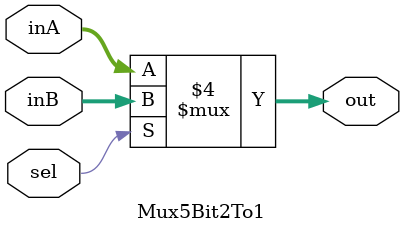
<source format=v>
`timescale 1ns / 1ps

module Mux5Bit2To1(out, inA, inB, sel);

    output reg [4:0] out;
    
    input [4:0] inA;
    input [4:0] inB;
    input sel;

    always @(sel, inA, inB) begin
        if (sel == 0) begin
            out <= inA; end
        else begin
            out <= inB; end
    end

endmodule

</source>
